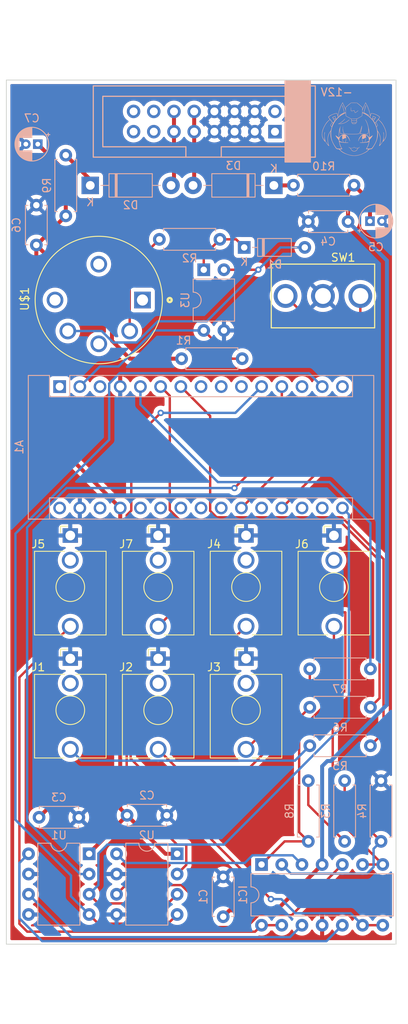
<source format=kicad_pcb>
(kicad_pcb (version 20211014) (generator pcbnew)
  (layers (0 "F.Cu" signal) (31 "B.Cu" signal) (34 "B.Paste" user) (35 "F.Paste" user) (36 "B.SilkS" user "B.Silkscreen") (37 "F.SilkS" user "F.Silkscreen") (38 "B.Mask" user) (39 "F.Mask" user) (44 "Edge.Cuts" user))
  (net 0 "")
  (net 2 "/RX0")
  (net 4 "GND")
  (net 5 "/D2")
  (net 6 "/D3")
  (net 7 "/D4")
  (net 11 "/D11")
  (net 12 "/D8")
  (net 14 "/D9")
  (net 16 "/D13")
  (net 19 "/A0")
  (net 21 "/A2")
  (net 27 "5V")
  (net 30 "+12V")
  (net 31 "Net-(D1-Pad1)")
  (net 32 "/MIDI_5")
  (net 33 "/NOTE")
  (net 34 "/NOTE_FDB")
  (net 35 "/DAC2_VOUTA")
  (net 36 "/DAC1_VOUTB")
  (net 37 "/VELOCITY")
  (net 38 "/PITCH_BEND")
  (net 39 "/DAC1_VOUTA")
  (net 40 "/DAC2_VOUTB")
  (net 41 "/CONTROL")
  (net 48 "/MIDI_4")
  (net 49 "/R_FDB")
  (net 50 "/CLOCK")
  (net 51 "/TRIGGER")
  (net 52 "/GATE")
  (net 56 "/AD5")
  (net 57 "/5+")
  (net 58 "/AD12")
  (net 59 "/12+")
  (footprint "Connector_Audio:Jack_3.5mm_QingPu_WQP-PJ398SM_Vertical_CircularHoles" (layer "F.Cu") (at 118.31 91.84)
    (fp_text reference "J5" (at -4.03 1.08 180) (layer "F.SilkS"))
    (fp_text value "Continuous Control")
    (pad "S" thru_hole rect (at 0 0 180) (size 1.93 1.83) (drill 1.22) (layers *.Cu *.Mask) (net 4 "GND"))
    (pad "T" thru_hole circle (at 0 11.4 180) (size 2.13 2.13) (drill 1.43) (layers *.Cu *.Mask) (net 41 "/CONTROL"))
    (pad "TN" thru_hole circle (at 0 3.1 180) (size 2.13 2.13) (drill 1.42) (layers *.Cu *.Mask))
    (zone (net 0) (net_name "") (layer "F.Cu") (connect_pads (clearance 0)) (min_thickness 0.254)
      (keepout (tracks not_allowed) (vias not_allowed) (pads not_allowed) (copperpour not_allowed) (footprints not_allowed))
      (fill (thermal_gap 0.508) (thermal_bridge_width 0.508))
      (polygon (pts (xy 119.815141 98.32) (xy 119.79493 98.074171) (xy 119.734841 97.834945) (xy 119.636486 97.608744) (xy 119.502508 97.401645) (xy 119.336504 97.21921) (xy 119.142932 97.066336) (xy 118.926992 96.947131) (xy 118.694482 96.864794) (xy 118.451646 96.821539) (xy 118.205007 96.818525) (xy 117.961187 96.855835) (xy 117.726734 96.932466) (xy 117.507946 97.04636) (xy 117.310697 97.194458) (xy 117.140286 97.372784) (xy 117.001288 97.576548) (xy 116.897436 97.800278) (xy 116.831519 98.037965) (xy 116.805308 98.283226) (xy 116.819507 98.529475) (xy 116.873734 98.770099) (xy 116.966532 98.998634) (xy 117.095411 99.208945) (xy 117.256908 99.395382) (xy 117.446687 99.552939) (xy 117.65965 99.677385) (xy 117.890079 99.765377) (xy 118.131785 99.814553) (xy 118.378278 99.823592) (xy 118.622936 99.79225) (xy 118.859191 99.72137) (xy 119.080697 99.612856) (xy 119.281505 99.469621) (xy 119.456223 99.295512) (xy 119.600158 99.095205) (xy 119.709445 98.874079) (xy 119.781149 98.638074) (xy 119.813344 98.393526)))
    )
  )
  (footprint "Eurocad:SPDT toggle on-off-on" (layer "F.Cu") (at 150.084 61.762)
    (fp_text reference "SW1" (at 2.54 -4.826) (layer "F.SilkS"))
    (fp_text value "SW_SPDT_MSM")
    (pad "1" thru_hole circle locked (at -4.7 0) (size 3 3) (drill 2) (layers *.Cu *.Mask) (net 21 "/A2"))
    (pad "2" thru_hole circle locked (at 0 0) (size 3 3) (drill 2) (layers *.Cu *.Mask) (net 4 "GND"))
    (pad "3" thru_hole circle locked (at 4.7 0) (size 3 3) (drill 2) (layers *.Cu *.Mask) (net 19 "/A0"))
  )
  (footprint "Connector_Audio:Jack_3.5mm_QingPu_WQP-PJ398SM_Vertical_CircularHoles" (layer "F.Cu") (at 118.31 107.29)
    (fp_text reference "J1" (at -4.03 1.08 180) (layer "F.SilkS"))
    (fp_text value "Clock")
    (pad "S" thru_hole rect (at 0 0 180) (size 1.93 1.83) (drill 1.22) (layers *.Cu *.Mask) (net 4 "GND"))
    (pad "T" thru_hole circle (at 0 11.4 180) (size 2.13 2.13) (drill 1.43) (layers *.Cu *.Mask) (net 50 "/CLOCK"))
    (pad "TN" thru_hole circle (at 0 3.1 180) (size 2.13 2.13) (drill 1.42) (layers *.Cu *.Mask))
    (zone (net 0) (net_name "") (layer "F.Cu") (connect_pads (clearance 0)) (min_thickness 0.254)
      (keepout (tracks not_allowed) (vias not_allowed) (pads not_allowed) (copperpour not_allowed) (footprints not_allowed))
      (fill (thermal_gap 0.508) (thermal_bridge_width 0.508))
      (polygon (pts (xy 119.815141 113.77) (xy 119.79493 113.524171) (xy 119.734841 113.284945) (xy 119.636486 113.058744) (xy 119.502508 112.851645) (xy 119.336504 112.66921) (xy 119.142932 112.516336) (xy 118.926992 112.397131) (xy 118.694482 112.314794) (xy 118.451646 112.271539) (xy 118.205007 112.268525) (xy 117.961187 112.305835) (xy 117.726734 112.382466) (xy 117.507946 112.49636) (xy 117.310697 112.644458) (xy 117.140286 112.822784) (xy 117.001288 113.026548) (xy 116.897436 113.250278) (xy 116.831519 113.487965) (xy 116.805308 113.733226) (xy 116.819507 113.979475) (xy 116.873734 114.220099) (xy 116.966532 114.448634) (xy 117.095411 114.658945) (xy 117.256908 114.845382) (xy 117.446687 115.002939) (xy 117.65965 115.127385) (xy 117.890079 115.215377) (xy 118.131785 115.264553) (xy 118.378278 115.273592) (xy 118.622936 115.24225) (xy 118.859191 115.17137) (xy 119.080697 115.062856) (xy 119.281505 114.919621) (xy 119.456223 114.745512) (xy 119.600158 114.545205) (xy 119.709445 114.324079) (xy 119.781149 114.088074) (xy 119.813344 113.843526)))
    )
  )
  (footprint "Connector_Audio:Jack_3.5mm_QingPu_WQP-PJ398SM_Vertical_CircularHoles" (layer "F.Cu") (at 140.41 107.29)
    (fp_text reference "J3" (at -4.03 1.08 180) (layer "F.SilkS"))
    (fp_text value "Gate")
    (pad "S" thru_hole rect (at 0 0 180) (size 1.93 1.83) (drill 1.22) (layers *.Cu *.Mask) (net 4 "GND"))
    (pad "T" thru_hole circle (at 0 11.4 180) (size 2.13 2.13) (drill 1.43) (layers *.Cu *.Mask) (net 52 "/GATE"))
    (pad "TN" thru_hole circle (at 0 3.1 180) (size 2.13 2.13) (drill 1.42) (layers *.Cu *.Mask))
    (zone (net 0) (net_name "") (layer "F.Cu") (connect_pads (clearance 0)) (min_thickness 0.254)
      (keepout (tracks not_allowed) (vias not_allowed) (pads not_allowed) (copperpour not_allowed) (footprints not_allowed))
      (fill (thermal_gap 0.508) (thermal_bridge_width 0.508))
      (polygon (pts (xy 141.915141 113.77) (xy 141.89493 113.524171) (xy 141.834841 113.284945) (xy 141.736486 113.058744) (xy 141.602508 112.851645) (xy 141.436504 112.66921) (xy 141.242932 112.516336) (xy 141.026992 112.397131) (xy 140.794482 112.314794) (xy 140.551646 112.271539) (xy 140.305007 112.268525) (xy 140.061187 112.305835) (xy 139.826734 112.382466) (xy 139.607946 112.49636) (xy 139.410697 112.644458) (xy 139.240286 112.822784) (xy 139.101288 113.026548) (xy 138.997436 113.250278) (xy 138.931519 113.487965) (xy 138.905308 113.733226) (xy 138.919507 113.979475) (xy 138.973734 114.220099) (xy 139.066532 114.448634) (xy 139.195411 114.658945) (xy 139.356908 114.845382) (xy 139.546687 115.002939) (xy 139.75965 115.127385) (xy 139.990079 115.215377) (xy 140.231785 115.264553) (xy 140.478278 115.273592) (xy 140.722936 115.24225) (xy 140.959191 115.17137) (xy 141.180697 115.062856) (xy 141.381505 114.919621) (xy 141.556223 114.745512) (xy 141.700158 114.545205) (xy 141.809445 114.324079) (xy 141.881149 114.088074) (xy 141.913344 113.843526)))
    )
  )
  (footprint "Connector_Audio:Jack_3.5mm_QingPu_WQP-PJ398SM_Vertical_CircularHoles" (layer "F.Cu") (at 129.36 107.29)
    (fp_text reference "J2" (at -4.03 1.08 180) (layer "F.SilkS"))
    (fp_text value "Trigger")
    (pad "S" thru_hole rect (at 0 0 180) (size 1.93 1.83) (drill 1.22) (layers *.Cu *.Mask) (net 4 "GND"))
    (pad "T" thru_hole circle (at 0 11.4 180) (size 2.13 2.13) (drill 1.43) (layers *.Cu *.Mask) (net 51 "/TRIGGER"))
    (pad "TN" thru_hole circle (at 0 3.1 180) (size 2.13 2.13) (drill 1.42) (layers *.Cu *.Mask))
    (zone (net 0) (net_name "") (layer "F.Cu") (connect_pads (clearance 0)) (min_thickness 0.254)
      (keepout (tracks not_allowed) (vias not_allowed) (pads not_allowed) (copperpour not_allowed) (footprints not_allowed))
      (fill (thermal_gap 0.508) (thermal_bridge_width 0.508))
      (polygon (pts (xy 130.865141 113.77) (xy 130.84493 113.524171) (xy 130.784841 113.284945) (xy 130.686486 113.058744) (xy 130.552508 112.851645) (xy 130.386504 112.66921) (xy 130.192932 112.516336) (xy 129.976992 112.397131) (xy 129.744482 112.314794) (xy 129.501646 112.271539) (xy 129.255007 112.268525) (xy 129.011187 112.305835) (xy 128.776734 112.382466) (xy 128.557946 112.49636) (xy 128.360697 112.644458) (xy 128.190286 112.822784) (xy 128.051288 113.026548) (xy 127.947436 113.250278) (xy 127.881519 113.487965) (xy 127.855308 113.733226) (xy 127.869507 113.979475) (xy 127.923734 114.220099) (xy 128.016532 114.448634) (xy 128.145411 114.658945) (xy 128.306908 114.845382) (xy 128.496687 115.002939) (xy 128.70965 115.127385) (xy 128.940079 115.215377) (xy 129.181785 115.264553) (xy 129.428278 115.273592) (xy 129.672936 115.24225) (xy 129.909191 115.17137) (xy 130.130697 115.062856) (xy 130.331505 114.919621) (xy 130.506223 114.745512) (xy 130.650158 114.545205) (xy 130.759445 114.324079) (xy 130.831149 114.088074) (xy 130.863344 113.843526)))
    )
  )
  (footprint "SD-50BV:CUI_SD-50BV" (layer "F.Cu") (at 121.89 62.27 90)
    (fp_text reference "U$1" (at 0.13524 -9.30452 90) (layer "F.SilkS") (effects (font (size 1.007465 1.007465))))
    (fp_text value "MIDIJACK")
    (pad "1" thru_hole rect locked (at 0 5.5 90) (size 2.1 2.1) (drill 1.4) (layers *.Cu *.Mask))
    (pad "2" thru_hole circle locked (at -5.5 0 90) (size 2.1 2.1) (drill 1.4) (layers *.Cu *.Mask))
    (pad "3" thru_hole circle locked (at 0 -5.5 90) (size 2.1 2.1) (drill 1.4) (layers *.Cu *.Mask))
    (pad "4" thru_hole circle locked (at -3.89 3.89 90) (size 2.1 2.1) (drill 1.4) (layers *.Cu *.Mask) (net 48 "/MIDI_4"))
    (pad "5" thru_hole circle locked (at -3.89 -3.89 90) (size 2.1 2.1) (drill 1.4) (layers *.Cu *.Mask) (net 32 "/MIDI_5"))
    (pad "S" thru_hole circle locked (at 4.5 0 90) (size 2.1 2.1) (drill 1.4) (layers *.Cu *.Mask))
  )
  (footprint "Connector_Audio:Jack_3.5mm_QingPu_WQP-PJ398SM_Vertical_CircularHoles" (layer "F.Cu") (at 129.36 91.84)
    (fp_text reference "J7" (at -4.03 1.08 180) (layer "F.SilkS"))
    (fp_text value "Velocity")
    (pad "S" thru_hole rect (at 0 0 180) (size 1.93 1.83) (drill 1.22) (layers *.Cu *.Mask) (net 4 "GND"))
    (pad "T" thru_hole circle (at 0 11.4 180) (size 2.13 2.13) (drill 1.43) (layers *.Cu *.Mask) (net 37 "/VELOCITY"))
    (pad "TN" thru_hole circle (at 0 3.1 180) (size 2.13 2.13) (drill 1.42) (layers *.Cu *.Mask))
    (zone (net 0) (net_name "") (layer "F.Cu") (connect_pads (clearance 0)) (min_thickness 0.254)
      (keepout (tracks not_allowed) (vias not_allowed) (pads not_allowed) (copperpour not_allowed) (footprints not_allowed))
      (fill (thermal_gap 0.508) (thermal_bridge_width 0.508))
      (polygon (pts (xy 130.865141 98.32) (xy 130.84493 98.074171) (xy 130.784841 97.834945) (xy 130.686486 97.608744) (xy 130.552508 97.401645) (xy 130.386504 97.21921) (xy 130.192932 97.066336) (xy 129.976992 96.947131) (xy 129.744482 96.864794) (xy 129.501646 96.821539) (xy 129.255007 96.818525) (xy 129.011187 96.855835) (xy 128.776734 96.932466) (xy 128.557946 97.04636) (xy 128.360697 97.194458) (xy 128.190286 97.372784) (xy 128.051288 97.576548) (xy 127.947436 97.800278) (xy 127.881519 98.037965) (xy 127.855308 98.283226) (xy 127.869507 98.529475) (xy 127.923734 98.770099) (xy 128.016532 98.998634) (xy 128.145411 99.208945) (xy 128.306908 99.395382) (xy 128.496687 99.552939) (xy 128.70965 99.677385) (xy 128.940079 99.765377) (xy 129.181785 99.814553) (xy 129.428278 99.823592) (xy 129.672936 99.79225) (xy 129.909191 99.72137) (xy 130.130697 99.612856) (xy 130.331505 99.469621) (xy 130.506223 99.295512) (xy 130.650158 99.095205) (xy 130.759445 98.874079) (xy 130.831149 98.638074) (xy 130.863344 98.393526)))
    )
  )
  (footprint "Connector_Audio:Jack_3.5mm_QingPu_WQP-PJ398SM_Vertical_CircularHoles" (layer "F.Cu") (at 151.46 91.84)
    (fp_text reference "J6" (at -4.03 1.08 180) (layer "F.SilkS"))
    (fp_text value "Note")
    (pad "S" thru_hole rect (at 0 0 180) (size 1.93 1.83) (drill 1.22) (layers *.Cu *.Mask) (net 4 "GND"))
    (pad "T" thru_hole circle (at 0 11.4 180) (size 2.13 2.13) (drill 1.43) (layers *.Cu *.Mask) (net 33 "/NOTE"))
    (pad "TN" thru_hole circle (at 0 3.1 180) (size 2.13 2.13) (drill 1.42) (layers *.Cu *.Mask))
    (zone (net 0) (net_name "") (layer "F.Cu") (connect_pads (clearance 0)) (min_thickness 0.254)
      (keepout (tracks not_allowed) (vias not_allowed) (pads not_allowed) (copperpour not_allowed) (footprints not_allowed))
      (fill (thermal_gap 0.508) (thermal_bridge_width 0.508))
      (polygon (pts (xy 152.965141 98.32) (xy 152.94493 98.074171) (xy 152.884841 97.834945) (xy 152.786486 97.608744) (xy 152.652508 97.401645) (xy 152.486504 97.21921) (xy 152.292932 97.066336) (xy 152.076992 96.947131) (xy 151.844482 96.864794) (xy 151.601646 96.821539) (xy 151.355007 96.818525) (xy 151.111187 96.855835) (xy 150.876734 96.932466) (xy 150.657946 97.04636) (xy 150.460697 97.194458) (xy 150.290286 97.372784) (xy 150.151288 97.576548) (xy 150.047436 97.800278) (xy 149.981519 98.037965) (xy 149.955308 98.283226) (xy 149.969507 98.529475) (xy 150.023734 98.770099) (xy 150.116532 98.998634) (xy 150.245411 99.208945) (xy 150.406908 99.395382) (xy 150.596687 99.552939) (xy 150.80965 99.677385) (xy 151.040079 99.765377) (xy 151.281785 99.814553) (xy 151.528278 99.823592) (xy 151.772936 99.79225) (xy 152.009191 99.72137) (xy 152.230697 99.612856) (xy 152.431505 99.469621) (xy 152.606223 99.295512) (xy 152.750158 99.095205) (xy 152.859445 98.874079) (xy 152.931149 98.638074) (xy 152.963344 98.393526)))
    )
  )
  (footprint "Connector_Audio:Jack_3.5mm_QingPu_WQP-PJ398SM_Vertical_CircularHoles" (layer "F.Cu") (at 140.41 91.83)
    (fp_text reference "J4" (at -4.03 1.08 180) (layer "F.SilkS"))
    (fp_text value "Pitch Bend")
    (pad "S" thru_hole rect (at 0 0 180) (size 1.93 1.83) (drill 1.22) (layers *.Cu *.Mask) (net 4 "GND"))
    (pad "T" thru_hole circle (at 0 11.4 180) (size 2.13 2.13) (drill 1.43) (layers *.Cu *.Mask) (net 38 "/PITCH_BEND"))
    (pad "TN" thru_hole circle (at 0 3.1 180) (size 2.13 2.13) (drill 1.42) (layers *.Cu *.Mask))
    (zone (net 0) (net_name "") (layer "F.Cu") (connect_pads (clearance 0)) (min_thickness 0.254)
      (keepout (tracks not_allowed) (vias not_allowed) (pads not_allowed) (copperpour not_allowed) (footprints not_allowed))
      (fill (thermal_gap 0.508) (thermal_bridge_width 0.508))
      (polygon (pts (xy 141.915141 98.31) (xy 141.89493 98.064171) (xy 141.834841 97.824945) (xy 141.736486 97.598744) (xy 141.602508 97.391645) (xy 141.436504 97.20921) (xy 141.242932 97.056336) (xy 141.026992 96.937131) (xy 140.794482 96.854794) (xy 140.551646 96.811539) (xy 140.305007 96.808525) (xy 140.061187 96.845835) (xy 139.826734 96.922466) (xy 139.607946 97.03636) (xy 139.410697 97.184458) (xy 139.240286 97.362784) (xy 139.101288 97.566548) (xy 138.997436 97.790278) (xy 138.931519 98.027965) (xy 138.905308 98.273226) (xy 138.919507 98.519475) (xy 138.973734 98.760099) (xy 139.066532 98.988634) (xy 139.195411 99.198945) (xy 139.356908 99.385382) (xy 139.546687 99.542939) (xy 139.75965 99.667385) (xy 139.990079 99.755377) (xy 140.231785 99.804553) (xy 140.478278 99.813592) (xy 140.722936 99.78225) (xy 140.959191 99.71137) (xy 141.180697 99.602856) (xy 141.381505 99.459621) (xy 141.556223 99.285512) (xy 141.700158 99.085205) (xy 141.809445 98.864079) (xy 141.881149 98.628074) (xy 141.913344 98.383526)))
    )
  )
  (footprint "Package_DIP:DIP-14_W7.62mm" (layer "B.Cu") (at 142.361 133.146 -90)
    (fp_text reference "IC1" (at 3.81 2.33 -270) (layer "B.SilkS") (effects (justify mirror)))
    (fp_text value "LM324N")
    (pad "1" thru_hole rect (at 0 0 270) (size 1.6 1.6) (drill 0.8) (layers *.Cu *.Mask) (net 33 "/NOTE"))
    (pad "2" thru_hole oval (at 0 -2.54 270) (size 1.6 1.6) (drill 0.8) (layers *.Cu *.Mask) (net 34 "/NOTE_FDB"))
    (pad "3" thru_hole oval (at 0 -5.08 270) (size 1.6 1.6) (drill 0.8) (layers *.Cu *.Mask) (net 35 "/DAC2_VOUTA"))
    (pad "4" thru_hole oval (at 0 -7.62 270) (size 1.6 1.6) (drill 0.8) (layers *.Cu *.Mask) (net 30 "+12V"))
    (pad "5" thru_hole oval (at 0 -10.16 270) (size 1.6 1.6) (drill 0.8) (layers *.Cu *.Mask) (net 36 "/DAC1_VOUTB"))
    (pad "6" thru_hole oval (at 0 -12.7 270) (size 1.6 1.6) (drill 0.8) (layers *.Cu *.Mask) (net 37 "/VELOCITY"))
    (pad "7" thru_hole oval (at 0 -15.24 270) (size 1.6 1.6) (drill 0.8) (layers *.Cu *.Mask) (net 37 "/VELOCITY"))
    (pad "8" thru_hole oval (at 7.62 -15.24 270) (size 1.6 1.6) (drill 0.8) (layers *.Cu *.Mask) (net 38 "/PITCH_BEND"))
    (pad "9" thru_hole oval (at 7.62 -12.7 270) (size 1.6 1.6) (drill 0.8) (layers *.Cu *.Mask) (net 38 "/PITCH_BEND"))
    (pad "10" thru_hole oval (at 7.62 -10.16 270) (size 1.6 1.6) (drill 0.8) (layers *.Cu *.Mask) (net 39 "/DAC1_VOUTA"))
    (pad "11" thru_hole oval (at 7.62 -7.62 270) (size 1.6 1.6) (drill 0.8) (layers *.Cu *.Mask) (net 4 "GND"))
    (pad "12" thru_hole oval (at 7.62 -5.08 270) (size 1.6 1.6) (drill 0.8) (layers *.Cu *.Mask) (net 40 "/DAC2_VOUTB"))
    (pad "13" thru_hole oval (at 7.62 -2.54 270) (size 1.6 1.6) (drill 0.8) (layers *.Cu *.Mask) (net 41 "/CONTROL"))
    (pad "14" thru_hole oval (at 7.62 0 270) (size 1.6 1.6) (drill 0.8) (layers *.Cu *.Mask) (net 41 "/CONTROL"))
  )
  (footprint "Custom_Footprints:Eurorack_16_pin_header" (layer "B.Cu") (at 144.05 41.13 180)
    (fp_text reference "J8" hide)
    (fp_text value "Eurorack 16 DIP Header" hide)
    (fp_text user "-12V" (at -7.76 4.95) (layer "B.SilkS") (effects (justify mirror)))
    (pad "1" thru_hole rect locked (at 0 0 180) (size 1.7 1.7) (drill 1) (layers *.Cu *.Mask))
    (pad "2" thru_hole circle locked (at 0 2.54 180) (size 1.7 1.7) (drill 1) (layers *.Cu *.Mask))
    (pad "3" thru_hole circle locked (at 2.54 0 180) (size 1.7 1.7) (drill 1) (layers *.Cu *.Mask) (net 4 "GND"))
    (pad "4" thru_hole circle locked (at 2.54 2.54 180) (size 1.7 1.7) (drill 1) (layers *.Cu *.Mask) (net 4 "GND"))
    (pad "5" thru_hole circle locked (at 5.08 0 180) (size 1.7 1.7) (drill 1) (layers *.Cu *.Mask) (net 4 "GND"))
    (pad "6" thru_hole circle locked (at 5.08 2.54 180) (size 1.7 1.7) (drill 1) (layers *.Cu *.Mask) (net 4 "GND"))
    (pad "7" thru_hole circle locked (at 7.62 0 180) (size 1.7 1.7) (drill 1) (layers *.Cu *.Mask) (net 4 "GND"))
    (pad "8" thru_hole circle locked (at 7.62 2.54 180) (size 1.7 1.7) (drill 1) (layers *.Cu *.Mask) (net 4 "GND"))
    (pad "9" thru_hole circle locked (at 10.16 0 180) (size 1.7 1.7) (drill 1) (layers *.Cu *.Mask) (net 59 "/12+"))
    (pad "10" thru_hole circle locked (at 10.16 2.54 180) (size 1.7 1.7) (drill 1) (layers *.Cu *.Mask) (net 59 "/12+"))
    (pad "11" thru_hole circle locked (at 12.7 0 180) (size 1.7 1.7) (drill 1) (layers *.Cu *.Mask) (net 57 "/5+"))
    (pad "12" thru_hole circle locked (at 12.7 2.54 180) (size 1.7 1.7) (drill 1) (layers *.Cu *.Mask) (net 57 "/5+"))
    (pad "13" thru_hole circle locked (at 15.24 0 180) (size 1.7 1.7) (drill 1) (layers *.Cu *.Mask))
    (pad "14" thru_hole circle locked (at 15.24 2.54 180) (size 1.7 1.7) (drill 1) (layers *.Cu *.Mask))
    (pad "15" thru_hole circle locked (at 17.78 0 180) (size 1.7 1.7) (drill 1) (layers *.Cu *.Mask))
    (pad "16" thru_hole circle locked (at 17.78 2.54 180) (size 1.7 1.7) (drill 1) (layers *.Cu *.Mask))
  )
  (footprint "Package_DIP:DIP-8_W7.62mm" (layer "B.Cu") (at 120.68 131.802 180)
    (fp_text reference "U1" (at 3.81 2.33) (layer "B.SilkS") (effects (justify mirror)))
    (fp_text value "MCP4822")
    (pad "1" thru_hole rect (at 0 0 180) (size 1.6 1.6) (drill 0.8) (layers *.Cu *.Mask) (net 27 "5V"))
    (pad "2" thru_hole oval (at 0 -2.54 180) (size 1.6 1.6) (drill 0.8) (layers *.Cu *.Mask) (net 14 "/D9"))
    (pad "3" thru_hole oval (at 0 -5.08 180) (size 1.6 1.6) (drill 0.8) (layers *.Cu *.Mask) (net 16 "/D13"))
    (pad "4" thru_hole oval (at 0 -7.62 180) (size 1.6 1.6) (drill 0.8) (layers *.Cu *.Mask) (net 11 "/D11"))
    (pad "5" thru_hole oval (at 7.62 -7.62 180) (size 1.6 1.6) (drill 0.8) (layers *.Cu *.Mask) (net 4 "GND"))
    (pad "6" thru_hole oval (at 7.62 -5.08 180) (size 1.6 1.6) (drill 0.8) (layers *.Cu *.Mask) (net 40 "/DAC2_VOUTB"))
    (pad "7" thru_hole oval (at 7.62 -2.54 180) (size 1.6 1.6) (drill 0.8) (layers *.Cu *.Mask) (net 4 "GND"))
    (pad "8" thru_hole oval (at 7.62 0 180) (size 1.6 1.6) (drill 0.8) (layers *.Cu *.Mask) (net 39 "/DAC1_VOUTA"))
  )
  (footprint "Capacitor_THT:C_Disc_D4.7mm_W2.5mm_P5.00mm" (layer "B.Cu") (at 148.24 52.42)
    (fp_text reference "C4" (at 2.5 2.5) (layer "B.SilkS") (effects (justify mirror)))
    (fp_text value "0.1u")
    (pad "1" thru_hole circle (at 0 0) (size 1.6 1.6) (drill 0.8) (layers *.Cu *.Mask) (net 4 "GND"))
    (pad "2" thru_hole circle (at 5 0) (size 1.6 1.6) (drill 0.8) (layers *.Cu *.Mask) (net 30 "+12V"))
  )
  (footprint "Capacitor_THT:C_Disc_D4.7mm_W2.5mm_P5.00mm" (layer "B.Cu") (at 119.38 127.22 180)
    (fp_text reference "C3" (at 2.5 2.5) (layer "B.SilkS") (effects (justify mirror)))
    (fp_text value "0.1uF")
    (pad "1" thru_hole circle (at 0 0 180) (size 1.6 1.6) (drill 0.8) (layers *.Cu *.Mask) (net 4 "GND"))
    (pad "2" thru_hole circle (at 5 0 180) (size 1.6 1.6) (drill 0.8) (layers *.Cu *.Mask) (net 27 "5V"))
  )
  (footprint "Resistor_THT:R_Axial_DIN0207_L6.3mm_D2.5mm_P7.62mm_Horizontal" (layer "B.Cu") (at 153.99 47.85 180)
    (fp_text reference "R10" (at 3.81 2.37) (layer "B.SilkS") (effects (justify mirror)))
    (fp_text value "10")
    (pad "1" thru_hole circle (at 0 0 180) (size 1.6 1.6) (drill 0.8) (layers *.Cu *.Mask) (net 30 "+12V"))
    (pad "2" thru_hole oval (at 7.62 0 180) (size 1.6 1.6) (drill 0.8) (layers *.Cu *.Mask) (net 58 "/AD12"))
  )
  (footprint "Package_DIP:DIP-4_W7.62mm" (layer "B.Cu") (at 135.093 58.47 -90)
    (fp_text reference "U3" (at 3.81 2.33 -270) (layer "B.SilkS") (effects (justify mirror)))
    (fp_text value "PC817")
    (pad "1" thru_hole rect (at 0 0 270) (size 1.6 1.6) (drill 0.8) (layers *.Cu *.Mask) (net 31 "Net-(D1-Pad1)"))
    (pad "2" thru_hole oval (at 0 -2.54 270) (size 1.6 1.6) (drill 0.8) (layers *.Cu *.Mask) (net 32 "/MIDI_5"))
    (pad "3" thru_hole oval (at 7.62 -2.54 270) (size 1.6 1.6) (drill 0.8) (layers *.Cu *.Mask) (net 4 "GND"))
    (pad "4" thru_hole oval (at 7.62 0 270) (size 1.6 1.6) (drill 0.8) (layers *.Cu *.Mask) (net 2 "/RX0"))
  )
  (footprint "Resistor_THT:R_Axial_DIN0207_L6.3mm_D2.5mm_P7.62mm_Horizontal" (layer "B.Cu") (at 157.384 122.62 -90)
    (fp_text reference "R4" (at 3.81 2.37 -270) (layer "B.SilkS") (effects (justify mirror)))
    (fp_text value "10K")
    (pad "1" thru_hole circle (at 0 0 270) (size 1.6 1.6) (drill 0.8) (layers *.Cu *.Mask) (net 4 "GND"))
    (pad "2" thru_hole oval (at 7.62 0 270) (size 1.6 1.6) (drill 0.8) (layers *.Cu *.Mask) (net 34 "/NOTE_FDB"))
  )
  (footprint "Module:Arduino_Nano" (layer "B.Cu") (at 116.97 73.14 -90)
    (fp_text reference "A1" (at 7.62 5.08 -270) (layer "B.SilkS") (effects (justify mirror)))
    (fp_text value "ELEGOO_Nano_V3.0")
    (pad "1" thru_hole rect (at 0 0 270) (size 1.6 1.6) (drill 1) (layers *.Cu *.Mask))
    (pad "2" thru_hole oval (at 0 -2.54 270) (size 1.6 1.6) (drill 1) (layers *.Cu *.Mask) (net 2 "/RX0"))
    (pad "3" thru_hole oval (at 0 -5.08 270) (size 1.6 1.6) (drill 1) (layers *.Cu *.Mask))
    (pad "4" thru_hole oval (at 0 -7.62 270) (size 1.6 1.6) (drill 1) (layers *.Cu *.Mask) (net 4 "GND"))
    (pad "5" thru_hole oval (at 0 -10.16 270) (size 1.6 1.6) (drill 1) (layers *.Cu *.Mask) (net 5 "/D2"))
    (pad "6" thru_hole oval (at 0 -12.7 270) (size 1.6 1.6) (drill 1) (layers *.Cu *.Mask) (net 6 "/D3"))
    (pad "7" thru_hole oval (at 0 -15.24 270) (size 1.6 1.6) (drill 1) (layers *.Cu *.Mask) (net 7 "/D4"))
    (pad "8" thru_hole oval (at 0 -17.78 270) (size 1.6 1.6) (drill 1) (layers *.Cu *.Mask))
    (pad "9" thru_hole oval (at 0 -20.32 270) (size 1.6 1.6) (drill 1) (layers *.Cu *.Mask))
    (pad "10" thru_hole oval (at 0 -22.86 270) (size 1.6 1.6) (drill 1) (layers *.Cu *.Mask))
    (pad "11" thru_hole oval (at 0 -25.4 270) (size 1.6 1.6) (drill 1) (layers *.Cu *.Mask) (net 12 "/D8"))
    (pad "12" thru_hole oval (at 0 -27.94 270) (size 1.6 1.6) (drill 1) (layers *.Cu *.Mask) (net 14 "/D9"))
    (pad "13" thru_hole oval (at 0 -30.48 270) (size 1.6 1.6) (drill 1) (layers *.Cu *.Mask))
    (pad "14" thru_hole oval (at 0 -33.02 270) (size 1.6 1.6) (drill 1) (layers *.Cu *.Mask) (net 11 "/D11"))
    (pad "15" thru_hole oval (at 0 -35.56 270) (size 1.6 1.6) (drill 1) (layers *.Cu *.Mask))
    (pad "16" thru_hole oval (at 15.24 -35.56 270) (size 1.6 1.6) (drill 1) (layers *.Cu *.Mask) (net 16 "/D13"))
    (pad "17" thru_hole oval (at 15.24 -33.02 270) (size 1.6 1.6) (drill 1) (layers *.Cu *.Mask))
    (pad "18" thru_hole oval (at 15.24 -30.48 270) (size 1.6 1.6) (drill 1) (layers *.Cu *.Mask))
    (pad "19" thru_hole oval (at 15.24 -27.94 270) (size 1.6 1.6) (drill 1) (layers *.Cu *.Mask) (net 19 "/A0"))
    (pad "20" thru_hole oval (at 15.24 -25.4 270) (size 1.6 1.6) (drill 1) (layers *.Cu *.Mask))
    (pad "21" thru_hole oval (at 15.24 -22.86 270) (size 1.6 1.6) (drill 1) (layers *.Cu *.Mask) (net 21 "/A2"))
    (pad "22" thru_hole oval (at 15.24 -20.32 270) (size 1.6 1.6) (drill 1) (layers *.Cu *.Mask))
    (pad "23" thru_hole oval (at 15.24 -17.78 270) (size 1.6 1.6) (drill 1) (layers *.Cu *.Mask))
    (pad "24" thru_hole oval (at 15.24 -15.24 270) (size 1.6 1.6) (drill 1) (layers *.Cu *.Mask))
    (pad "25" thru_hole oval (at 15.24 -12.7 270) (size 1.6 1.6) (drill 1) (layers *.Cu *.Mask))
    (pad "26" thru_hole oval (at 15.24 -10.16 270) (size 1.6 1.6) (drill 1) (layers *.Cu *.Mask))
    (pad "27" thru_hole oval (at 15.24 -7.62 270) (size 1.6 1.6) (drill 1) (layers *.Cu *.Mask) (net 27 "5V"))
    (pad "28" thru_hole oval (at 15.24 -5.08 270) (size 1.6 1.6) (drill 1) (layers *.Cu *.Mask))
    (pad "29" thru_hole oval (at 15.24 -2.54 270) (size 1.6 1.6) (drill 1) (layers *.Cu *.Mask) (net 4 "GND"))
    (pad "30" thru_hole oval (at 15.24 0 270) (size 1.6 1.6) (drill 1) (layers *.Cu *.Mask))
  )
  (footprint "Package_DIP:DIP-8_W7.62mm" (layer "B.Cu") (at 131.746 131.802 180)
    (fp_text reference "U2" (at 3.81 2.33) (layer "B.SilkS") (effects (justify mirror)))
    (fp_text value "MCP4822")
    (pad "1" thru_hole rect (at 0 0 180) (size 1.6 1.6) (drill 0.8) (layers *.Cu *.Mask) (net 27 "5V"))
    (pad "2" thru_hole oval (at 0 -2.54 180) (size 1.6 1.6) (drill 0.8) (layers *.Cu *.Mask) (net 12 "/D8"))
    (pad "3" thru_hole oval (at 0 -5.08 180) (size 1.6 1.6) (drill 0.8) (layers *.Cu *.Mask) (net 16 "/D13"))
    (pad "4" thru_hole oval (at 0 -7.62 180) (size 1.6 1.6) (drill 0.8) (layers *.Cu *.Mask) (net 11 "/D11"))
    (pad "5" thru_hole oval (at 7.62 -7.62 180) (size 1.6 1.6) (drill 0.8) (layers *.Cu *.Mask) (net 4 "GND"))
    (pad "6" thru_hole oval (at 7.62 -5.08 180) (size 1.6 1.6) (drill 0.8) (layers *.Cu *.Mask) (net 36 "/DAC1_VOUTB"))
    (pad "7" thru_hole oval (at 7.62 -2.54 180) (size 1.6 1.6) (drill 0.8) (layers *.Cu *.Mask) (net 4 "GND"))
    (pad "8" thru_hole oval (at 7.62 0 180) (size 1.6 1.6) (drill 0.8) (layers *.Cu *.Mask) (net 35 "/DAC2_VOUTA"))
  )
  (footprint "Capacitor_THT:CP_Radial_D4.0mm_P1.50mm" (layer "B.Cu") (at 114.2226 42.7 180)
    (fp_text reference "C7" (at 0.75 3.25) (layer "B.SilkS") (effects (justify mirror)))
    (fp_text value "4.7u")
    (pad "1" thru_hole rect (at 0 0 180) (size 1.2 1.2) (drill 0.6) (layers *.Cu *.Mask) (net 27 "5V"))
    (pad "2" thru_hole circle (at 1.5 0 180) (size 1.2 1.2) (drill 0.6) (layers *.Cu *.Mask) (net 4 "GND"))
  )
  (footprint "Diode_THT:D_DO-35_SOD27_P7.62mm_Horizontal" (layer "B.Cu") (at 140.178 55.666)
    (fp_text reference "D1" (at 3.81 2.12) (layer "B.SilkS") (effects (justify mirror)))
    (fp_text value "IN4148")
    (fp_text user "K" (at 0 1.8) (layer "B.SilkS") (effects (justify mirror)))
    (pad "1" thru_hole rect (at 0 0) (size 1.6 1.6) (drill 0.8) (layers *.Cu *.Mask) (net 31 "Net-(D1-Pad1)"))
    (pad "2" thru_hole oval (at 7.62 0) (size 1.6 1.6) (drill 0.8) (layers *.Cu *.Mask) (net 32 "/MIDI_5"))
  )
  (footprint "Resistor_THT:R_Axial_DIN0207_L6.3mm_D2.5mm_P7.62mm_Horizontal" (layer "B.Cu") (at 117.74 44.08 -90)
    (fp_text reference "R9" (at 3.81 2.37 -270) (layer "B.SilkS") (effects (justify mirror)))
    (fp_text value "10")
    (pad "1" thru_hole circle (at 0 0 270) (size 1.6 1.6) (drill 0.8) (layers *.Cu *.Mask) (net 56 "/AD5"))
    (pad "2" thru_hole oval (at 7.62 0 270) (size 1.6 1.6) (drill 0.8) (layers *.Cu *.Mask) (net 27 "5V"))
  )
  (footprint "Resistor_THT:R_Axial_DIN0207_L6.3mm_D2.5mm_P7.62mm_Horizontal" (layer "B.Cu") (at 156.05 108.58 180)
    (fp_text reference "R7" (at 3.81 -2.54) (layer "B.SilkS") (effects (justify mirror)))
    (fp_text value "1K")
    (pad "1" thru_hole circle (at 0 0 180) (size 1.6 1.6) (drill 0.8) (layers *.Cu *.Mask) (net 5 "/D2"))
    (pad "2" thru_hole oval (at 7.62 0 180) (size 1.6 1.6) (drill 0.8) (layers *.Cu *.Mask) (net 52 "/GATE"))
  )
  (footprint "Resistor_THT:R_Axial_DIN0207_L6.3mm_D2.5mm_P7.62mm_Horizontal" (layer "B.Cu") (at 148.24 122.62 -90)
    (fp_text reference "R8" (at 3.81 2.37 -270) (layer "B.SilkS") (effects (justify mirror)))
    (fp_text value "4.7K")
    (pad "1" thru_hole circle (at 0 0 270) (size 1.6 1.6) (drill 0.8) (layers *.Cu *.Mask) (net 49 "/R_FDB"))
    (pad "2" thru_hole oval (at 7.62 0 270) (size 1.6 1.6) (drill 0.8) (layers *.Cu *.Mask) (net 33 "/NOTE"))
  )
  (footprint "Capacitor_THT:CP_Radial_D4.0mm_P1.50mm" (layer "B.Cu") (at 155.9974 52.37)
    (fp_text reference "C5" (at 0.75 3.25) (layer "B.SilkS") (effects (justify mirror)))
    (fp_text value "4.7u")
    (pad "1" thru_hole rect (at 0 0) (size 1.2 1.2) (drill 0.6) (layers *.Cu *.Mask) (net 30 "+12V"))
    (pad "2" thru_hole circle (at 1.5 0) (size 1.2 1.2) (drill 0.6) (layers *.Cu *.Mask) (net 4 "GND"))
  )
  (footprint "Diode_THT:D_DO-41_SOD81_P10.16mm_Horizontal" (layer "B.Cu") (at 143.91 47.88 180)
    (fp_text reference "D3" (at 5.08 2.47) (layer "B.SilkS") (effects (justify mirror)))
    (fp_text value "1N5819")
    (fp_text user "K" (at 0 2.1) (layer "B.SilkS") (effects (justify mirror)))
    (pad "1" thru_hole rect (at 0 0 180) (size 2.2 2.2) (drill 1.1) (layers *.Cu *.Mask) (net 58 "/AD12"))
    (pad "2" thru_hole oval (at 10.16 0 180) (size 2.2 2.2) (drill 1.1) (layers *.Cu *.Mask) (net 59 "/12+"))
  )
  (footprint "Capacitor_THT:C_Disc_D4.7mm_W2.5mm_P5.00mm" (layer "B.Cu") (at 130.446 126.966 180)
    (fp_text reference "C2" (at 2.5 2.5) (layer "B.SilkS") (effects (justify mirror)))
    (fp_text value "0.1uF")
    (pad "1" thru_hole circle (at 0 0 180) (size 1.6 1.6) (drill 0.8) (layers *.Cu *.Mask) (net 4 "GND"))
    (pad "2" thru_hole circle (at 5 0 180) (size 1.6 1.6) (drill 0.8) (layers *.Cu *.Mask) (net 27 "5V"))
  )
  (footprint "Capacitor_THT:C_Disc_D4.7mm_W2.5mm_P5.00mm" (layer "B.Cu") (at 114.04 50.36 -90)
    (fp_text reference "C6" (at 2.5 2.5 -270) (layer "B.SilkS") (effects (justify mirror)))
    (fp_text value "0.1u")
    (pad "1" thru_hole circle (at 0 0 270) (size 1.6 1.6) (drill 0.8) (layers *.Cu *.Mask) (net 4 "GND"))
    (pad "2" thru_hole circle (at 5 0 270) (size 1.6 1.6) (drill 0.8) (layers *.Cu *.Mask) (net 27 "5V"))
  )
  (footprint "Potassium's KiCad Footprints:Ollie-Test" (layer "B.Cu") (at 154 40.85 180)
    (fp_text reference "G***" hide)
    (fp_text value "LOGO" hide)
  )
  (footprint "Resistor_THT:R_Axial_DIN0207_L6.3mm_D2.5mm_P7.62mm_Horizontal" (layer "B.Cu") (at 129.51 54.65)
    (fp_text reference "R2" (at 3.81 2.37) (layer "B.SilkS") (effects (justify mirror)))
    (fp_text value "220")
    (pad "1" thru_hole circle (at 0 0) (size 1.6 1.6) (drill 0.8) (layers *.Cu *.Mask) (net 48 "/MIDI_4"))
    (pad "2" thru_hole oval (at 7.62 0) (size 1.6 1.6) (drill 0.8) (layers *.Cu *.Mask) (net 31 "Net-(D1-Pad1)"))
  )
  (footprint "Diode_THT:D_DO-41_SOD81_P10.16mm_Horizontal" (layer "B.Cu") (at 120.82 47.88)
    (fp_text reference "D2" (at 5.08 2.47) (layer "B.SilkS") (effects (justify mirror)))
    (fp_text value "1N5819")
    (fp_text user "K" (at 0 2.1) (layer "B.SilkS") (effects (justify mirror)))
    (pad "1" thru_hole rect (at 0 0) (size 2.2 2.2) (drill 1.1) (layers *.Cu *.Mask) (net 56 "/AD5"))
    (pad "2" thru_hole oval (at 10.16 0) (size 2.2 2.2) (drill 1.1) (layers *.Cu *.Mask) (net 57 "/5+"))
  )
  (footprint "Capacitor_THT:C_Disc_D4.7mm_W2.5mm_P5.00mm" (layer "B.Cu") (at 137.54 134.7 -90)
    (fp_text reference "C1" (at 2.5 2.5 -270) (layer "B.SilkS") (effects (justify mirror)))
    (fp_text value "0.1uF")
    (pad "1" thru_hole circle (at 0 0 270) (size 1.6 1.6) (drill 0.8) (layers *.Cu *.Mask) (net 4 "GND"))
    (pad "2" thru_hole circle (at 5 0 270) (size 1.6 1.6) (drill 0.8) (layers *.Cu *.Mask) (net 30 "+12V"))
  )
  (footprint "Resistor_THT:R_Axial_DIN0207_L6.3mm_D2.5mm_P7.62mm_Horizontal" (layer "B.Cu") (at 156.05 113.406 180)
    (fp_text reference "R6" (at 3.81 -2.54) (layer "B.SilkS") (effects (justify mirror)))
    (fp_text value "1K")
    (pad "1" thru_hole circle (at 0 0 180) (size 1.6 1.6) (drill 0.8) (layers *.Cu *.Mask) (net 6 "/D3"))
    (pad "2" thru_hole oval (at 7.62 0 180) (size 1.6 1.6) (drill 0.8) (layers *.Cu *.Mask) (net 51 "/TRIGGER"))
  )
  (footprint "Resistor_THT:R_Axial_DIN0207_L6.3mm_D2.5mm_P7.62mm_Horizontal" (layer "B.Cu") (at 156.05 118.232 180)
    (fp_text reference "R5" (at 3.81 -2.54) (layer "B.SilkS") (effects (justify mirror)))
    (fp_text value "1K")
    (pad "1" thru_hole circle (at 0 0 180) (size 1.6 1.6) (drill 0.8) (layers *.Cu *.Mask) (net 7 "/D4"))
    (pad "2" thru_hole oval (at 7.62 0 180) (size 1.6 1.6) (drill 0.8) (layers *.Cu *.Mask) (net 50 "/CLOCK"))
  )
  (footprint "Resistor_THT:R_Axial_DIN0207_L6.3mm_D2.5mm_P7.62mm_Horizontal" (layer "B.Cu") (at 152.812 122.62 -90)
    (fp_text reference "R3" (at 3.81 2.37 -270) (layer "B.SilkS") (effects (justify mirror)))
    (fp_text value "3K")
    (pad "1" thru_hole circle (at 0 0 270) (size 1.6 1.6) (drill 0.8) (layers *.Cu *.Mask) (net 34 "/NOTE_FDB"))
    (pad "2" thru_hole oval (at 7.62 0 270) (size 1.6 1.6) (drill 0.8) (layers *.Cu *.Mask) (net 49 "/R_FDB"))
  )
  (footprint "Resistor_THT:R_Axial_DIN0207_L6.3mm_D2.5mm_P7.62mm_Horizontal" (layer "B.Cu") (at 139.924 69.636 180)
    (fp_text reference "R1" (at 7.366 2.286) (layer "B.SilkS") (effects (justify mirror)))
    (fp_text value "470")
    (pad "1" thru_hole circle (at 0 0 180) (size 1.6 1.6) (drill 0.8) (layers *.Cu *.Mask) (net 2 "/RX0"))
    (pad "2" thru_hole oval (at 7.62 0 180) (size 1.6 1.6) (drill 0.8) (layers *.Cu *.Mask) (net 27 "5V"))
  )
  (gr_line (start 110.27 34.65) (end 159.27 34.65) (layer "Edge.Cuts") (width 0.1))
  (gr_line (start 159.27 143.15) (end 159.27 34.65) (layer "Edge.Cuts") (width 0.1))
  (gr_line (start 110.27 143.15) (end 159.27 143.15) (layer "Edge.Cuts") (width 0.1))
  (gr_line (start 110.27 34.65) (end 110.27 143.15) (layer "Edge.Cuts") (width 0.1))
  (segment (start 138.639 69.636) (end 139.924 69.636) (width 0.3) (layer "F.Cu") (net 2))
  (segment (start 135.093 66.09) (end 138.639 69.636) (width 0.3) (layer "F.Cu") (net 2))
  (segment (start 135.093 66.09) (end 128.89 66.09) (width 0.3) (layer "B.Cu") (net 2))
  (segment (start 124.37 70.61) (end 122.04 70.61) (width 0.3) (layer "B.Cu") (net 2))
  (segment (start 128.89 66.09) (end 124.37 70.61) (width 0.3) (layer "B.Cu") (net 2))
  (segment (start 122.04 70.61) (end 119.51 73.14) (width 0.3) (layer "B.Cu") (net 2))
  (segment (start 150.906346 85.13) (end 136.87 85.13) (width 0.3) (layer "B.Cu") (net 5))
  (segment (start 136.87 85.13) (end 127.13 75.39) (width 0.3) (layer "B.Cu") (net 5))
  (segment (start 127.13 75.39) (end 127.13 73.14) (width 0.3) (layer "B.Cu") (net 5))
  (segment (start 156.05 90.273654) (end 150.906346 85.13) (width 0.3) (layer "B.Cu") (net 5))
  (segment (start 156.05 108.58) (end 156.05 90.273654) (width 0.3) (layer "B.Cu") (net 5))
  (segment (start 130.82 74.29) (end 129.67 73.14) (width 0.3) (layer "F.Cu") (net 6))
  (segment (start 157.2 112.256) (end 157.2 95) (width 0.3) (layer "F.Cu") (net 6))
  (segment (start 156.05 113.406) (end 157.2 112.256) (width 0.3) (layer "F.Cu") (net 6))
  (segment (start 132.242154 90.062154) (end 130.82 88.64) (width 0.3) (layer "F.Cu") (net 6))
  (segment (start 130.82 88.64) (end 130.82 74.29) (width 0.3) (layer "F.Cu") (net 6))
  (segment (start 152.262154 90.062154) (end 132.242154 90.062154) (width 0.3) (layer "F.Cu") (net 6))
  (segment (start 157.2 95) (end 152.262154 90.062154) (width 0.3) (layer "F.Cu") (net 6))
  (segment (start 136.71 89.55) (end 135.9 88.74) (width 0.3) (layer "F.Cu") (net 7))
  (segment (start 157.7 116.582) (end 157.7 94.792894) (width 0.3) (layer "F.Cu") (net 7))
  (segment (start 135.9 76.83) (end 132.21 73.14) (width 0.3) (layer "F.Cu") (net 7))
  (segment (start 152.457106 89.55) (end 136.71 89.55) (width 0.3) (layer "F.Cu") (net 7))
  (segment (start 156.05 118.232) (end 157.7 116.582) (width 0.3) (layer "F.Cu") (net 7))
  (segment (start 157.7 94.792894) (end 152.457106 89.55) (width 0.3) (layer "F.Cu") (net 7))
  (segment (start 135.9 88.74) (end 135.9 76.83) (width 0.3) (layer "F.Cu") (net 7))
  (segment (start 121.83 140.572) (end 130.596 140.572) (width 0.3) (layer "F.Cu") (net 11))
  (segment (start 120.68 139.422) (end 121.83 140.572) (width 0.3) (layer "F.Cu") (net 11))
  (segment (start 130.596 140.572) (end 131.746 139.422) (width 0.3) (layer "F.Cu") (net 11))
  (segment (start 118.4 137.142) (end 120.68 139.422) (width 0.3) (layer "B.Cu") (net 11))
  (segment (start 123.2 79.812894) (end 111.41 91.602894) (width 0.3) (layer "B.Cu") (net 11))
  (segment (start 118.4 134.52) (end 118.4 137.142) (width 0.3) (layer "B.Cu") (net 11))
  (segment (start 149.99 73.14) (end 148.307846 71.457846) (width 0.3) (layer "B.Cu") (net 11))
  (segment (start 148.307846 71.457846) (end 124.502154 71.457846) (width 0.3) (layer "B.Cu") (net 11))
  (segment (start 111.41 91.602894) (end 111.41 127.53) (width 0.3) (layer "B.Cu") (net 11))
  (segment (start 124.502154 71.457846) (end 123.2 72.76) (width 0.3) (layer "B.Cu") (net 11))
  (segment (start 111.41 127.53) (end 118.4 134.52) (width 0.3) (layer "B.Cu") (net 11))
  (segment (start 123.2 72.76) (end 123.2 79.812894) (width 0.3) (layer "B.Cu") (net 11))
  (segment (start 125.4 124.306) (end 125.4 89.29) (width 0.3) (layer "F.Cu") (net 12))
  (segment (start 132.896 130.652) (end 131.746 130.652) (width 0.3) (layer "F.Cu") (net 12))
  (segment (start 125.98 88.71) (end 125.98 80.14) (width 0.3) (layer "F.Cu") (net 12))
  (segment (start 125.4 89.29) (end 125.98 88.71) (width 0.3) (layer "F.Cu") (net 12))
  (segment (start 131.746 134.342) (end 132.896 133.192) (width 0.3) (layer "F.Cu") (net 12))
  (segment (start 132.896 133.192) (end 132.896 130.652) (width 0.3) (layer "F.Cu") (net 12))
  (segment (start 131.746 130.652) (end 125.4 124.306) (width 0.3) (layer "F.Cu") (net 12))
  (segment (start 125.98 80.14) (end 129.68 76.44) (width 0.3) (layer "F.Cu") (net 12))
  (via (at 129.68 76.44) (size 0.8) (drill 0.4) (layers "F.Cu" "B.Cu") (net 12))
  (segment (start 129.68 76.44) (end 139.07 76.44) (width 0.3) (layer "B.Cu") (net 12))
  (segment (start 139.07 76.44) (end 142.37 73.14) (width 0.3) (layer "B.Cu") (net 12))
  (segment (start 144.91 79.9195) (end 144.91 73.14) (width 0.3) (layer "F.Cu") (net 14))
  (segment (start 138.95 85.8795) (end 144.91 79.9195) (width 0.3) (layer "F.Cu") (net 14))
  (via (at 138.95 85.8795) (size 0.8) (drill 0.4) (layers "F.Cu" "B.Cu") (net 14))
  (segment (start 117.8405 85.8795) (end 138.95 85.8795) (width 0.3) (layer "B.Cu") (net 14))
  (segment (start 119.54863 134.342) (end 112.880689 127.674059) (width 0.3) (layer "B.Cu") (net 14))
  (segment (start 112.880689 90.839311) (end 117.8405 85.8795) (width 0.3) (layer "B.Cu") (net 14))
  (segment (start 120.68 134.342) (end 119.54863 134.342) (width 0.3) (layer "B.Cu") (net 14))
  (segment (start 112.880689 127.674059) (end 112.880689 90.839311) (width 0.3) (layer "B.Cu") (net 14))
  (segment (start 130.596 138.032) (end 131.746 136.882) (width 0.3) (layer "F.Cu") (net 16))
  (segment (start 121.83 138.032) (end 130.596 138.032) (width 0.3) (layer "F.Cu") (net 16))
  (segment (start 120.68 136.882) (end 121.83 138.032) (width 0.3) (layer "F.Cu") (net 16))
  (segment (start 153.343281 114.945065) (end 137.648346 130.64) (width 0.3) (layer "B.Cu") (net 16))
  (segment (start 122.968688 130.64) (end 121.84 131.768688) (width 0.3) (layer "B.Cu") (net 16))
  (segment (start 152.53 88.38) (end 153.343281 89.193281) (width 0.3) (layer "B.Cu") (net 16))
  (segment (start 153.343281 89.193281) (end 153.343281 114.945065) (width 0.3) (layer "B.Cu") (net 16))
  (segment (start 121.84 131.768688) (end 121.84 135.722) (width 0.3) (layer "B.Cu") (net 16))
  (segment (start 137.648346 130.64) (end 122.968688 130.64) (width 0.3) (layer "B.Cu") (net 16))
  (segment (start 121.84 135.722) (end 120.68 136.882) (width 0.3) (layer "B.Cu") (net 16))
  (segment (start 154.784 61.762) (end 154.784 78.506) (width 0.3) (layer "F.Cu") (net 19))
  (segment (start 154.784 78.506) (end 144.91 88.38) (width 0.3) (layer "F.Cu") (net 19))
  (segment (start 139.83 88.38) (end 153.306 74.904) (width 0.3) (layer "F.Cu") (net 21))
  (segment (start 145.384 61.762) (end 154.284 70.662) (width 0.3) (layer "F.Cu") (net 21))
  (segment (start 153.306 74.904) (end 154.284 74.904) (width 0.3) (layer "F.Cu") (net 21))
  (segment (start 154.284 70.662) (end 154.284 74.904) (width 0.3) (layer "F.Cu") (net 21))
  (segment (start 125.805317 69.636) (end 132.304 69.636) (width 0.5) (layer "F.Cu") (net 27))
  (segment (start 114.04 77.83) (end 114.04 55.36) (width 0.5) (layer "F.Cu") (net 27))
  (segment (start 114.08 55.36) (end 114.04 55.36) (width 0.5) (layer "F.Cu") (net 27))
  (segment (start 123.549318 64.869318) (end 123.549318 67.380001) (width 0.5) (layer "F.Cu") (net 27))
  (segment (start 120.68 131.732) (end 120.68 131.802) (width 0.5) (layer "F.Cu") (net 27))
  (segment (start 123.549318 67.380001) (end 125.805317 69.636) (width 0.5) (layer "F.Cu") (net 27))
  (segment (start 124.59 88.38) (end 114.04 77.83) (width 0.5) (layer "F.Cu") (net 27))
  (segment (start 114.38 127.22) (end 117.51 124.09) (width 0.5) (layer "F.Cu") (net 27))
  (segment (start 131.746 131.802) (end 130.282 131.802) (width 0.5) (layer "F.Cu") (net 27))
  (segment (start 117.51 124.09) (end 124.59 124.09) (width 0.5) (layer "F.Cu") (net 27))
  (segment (start 130.282 131.802) (end 125.446 126.966) (width 0.5) (layer "F.Cu") (net 27))
  (segment (start 124.59 124.09) (end 124.59 126.11) (width 0.5) (layer "F.Cu") (net 27))
  (segment (start 124.59 126.11) (end 125.446 126.966) (width 0.5) (layer "F.Cu") (net 27))
  (segment (start 117.74 51.7) (end 117.74 46.2174) (width 0.5) (layer "F.Cu") (net 27))
  (segment (start 114.04 55.36) (end 123.549318 64.869318) (width 0.5) (layer "F.Cu") (net 27))
  (segment (start 117.74 46.2174) (end 114.2226 42.7) (width 0.5) (layer "F.Cu") (net 27))
  (segment (start 117.74 51.7) (end 114.08 55.36) (width 0.5) (layer "F.Cu") (net 27))
  (segment (start 125.446 126.966) (end 120.68 131.732) (width 0.5) (layer "F.Cu") (net 27))
  (segment (start 124.59 88.38) (end 124.59 124.09) (width 0.5) (layer "F.Cu") (net 27))
  (segment (start 153.24 48.6) (end 153.24 52.42) (width 0.5) (layer "F.Cu") (net 30))
  (segment (start 153.99 47.85) (end 153.24 48.6) (width 0.5) (layer "F.Cu") (net 30))
  (segment (start 155.9974 49.8574) (end 155.9974 52.37) (width 0.5) (layer "F.Cu") (net 30))
  (segment (start 153.99 47.85) (end 155.9974 49.8574) (width 0.5) (layer "F.Cu") (net 30))
  (segment (start 138.339999 138.900001) (end 144.226999 138.900001) (width 0.5) (layer "F.Cu") (net 30))
  (segment (start 144.226999 138.900001) (end 149.981 133.146) (width 0.5) (layer "F.Cu") (net 30))
  (segment (start 137.54 139.7) (end 138.339999 138.900001) (width 0.5) (layer "F.Cu") (net 30))
  (segment (start 149.981 133.146) (end 149.981 120.809) (width 0.5) (layer "B.Cu") (net 30))
  (segment (start 158.13 113.093767) (end 158.13 57.31) (width 0.5) (layer "B.Cu") (net 30))
  (segment (start 150.64 120.15) (end 151.073767 120.15) (width 0.5) (layer "B.Cu") (net 30))
  (segment (start 151.073767 120.15) (end 158.13 113.093767) (width 0.5) (layer "B.Cu") (net 30))
  (segment (start 158.13 57.31) (end 153.24 52.42) (width 0.5) (layer "B.Cu") (net 30))
  (segment (start 149.981 120.809) (end 150.64 120.15) (width 0.5) (layer "B.Cu") (net 30))
  (segment (start 135.093 58.47) (end 135.093 56.687) (width 0.3) (layer "F.Cu") (net 31))
  (segment (start 139.162 54.65) (end 140.178 55.666) (width 0.3) (layer "F.Cu") (net 31))
  (segment (start 135.093 56.687) (end 137.13 54.65) (width 0.3) (layer "F.Cu") (net 31))
  (segment (start 137.13 54.65) (end 139.162 54.65) (width 0.3) (layer "F.Cu") (net 31))
  (segment (start 141.946 58.47) (end 141.956 58.46) (width 0.3) (layer "F.Cu") (net 32))
  (segment (start 137.633 58.47) (end 141.946 58.47) (width 0.3) (layer "F.Cu") (net 32))
  (via (at 141.956 58.46) (size 0.8) (drill 0.4) (layers "F.Cu" "B.Cu") (net 32))
  (segment (start 141.956 58.46) (end 144.75 55.666) (width 0.3) (layer "B.Cu") (net 32))
  (segment (start 141.956 58.46) (end 135.476 64.94) (width 0.3) (layer "B.Cu") (net 32))
  (segment (start 144.75 55.666) (end 147.798 55.666) (width 0.3) (layer "B.Cu") (net 32))
  (segment (start 126.646001 67.604) (end 123.703899 67.604) (width 0.3) (layer "B.Cu") (net 32))
  (segment (start 123.703899 67.604) (end 122.259899 66.16) (width 0.3) (layer "B.Cu") (net 32))
  (segment (start 135.476 64.94) (end 129.310001 64.94) (width 0.3) (layer "B.Cu") (net 32))
  (segment (start 129.310001 64.94) (end 126.646001 67.604) (width 0.3) (layer "B.Cu") (net 32))
  (segment (start 122.259899 66.16) (end 118 66.16) (width 0.3) (layer "B.Cu") (net 32))
  (segment (start 151.46 112.002346) (end 151.46 103.24) (width 0.3) (layer "F.Cu") (net 33))
  (segment (start 147.09 129.09) (end 147.09 116.372346) (width 0.3) (layer "F.Cu") (net 33))
  (segment (start 148.24 130.24) (end 145.267 130.24) (width 0.3) (layer "F.Cu") (net 33))
  (segment (start 147.09 116.372346) (end 151.46 112.002346) (width 0.3) (layer "F.Cu") (net 33))
  (segment (start 148.24 130.24) (end 147.09 129.09) (width 0.3) (layer "F.Cu") (net 33))
  (segment (start 145.267 130.24) (end 142.361 133.146) (width 0.3) (layer "F.Cu") (net 33))
  (segment (start 152.812 122.62) (end 152.812 125.668) (width 0.3) (layer "F.Cu") (net 34))
  (segment (start 152.812 125.668) (end 157.384 130.24) (width 0.3) (layer "F.Cu") (net 34))
  (segment (start 155.624 134.296) (end 156.45 133.47) (width 0.3) (layer "B.Cu") (net 34))
  (segment (start 146.051 134.296) (end 155.624 134.296) (width 0.3) (layer "B.Cu") (net 34))
  (segment (start 156.45 133.47) (end 156.45 131.174) (width 0.3) (layer "B.Cu") (net 34))
  (segment (start 144.901 133.146) (end 146.051 134.296) (width 0.3) (layer "B.Cu") (net 34))
  (segment (start 156.45 131.174) (end 157.384 130.24) (width 0.3) (layer "B.Cu") (net 34))
  (segment (start 125.276 132.952) (end 140.255 132.952) (width 0.3) (layer "B.Cu") (net 35))
  (segment (start 124.126 131.802) (end 125.276 132.952) (width 0.3) (layer "B.Cu") (net 35))
  (segment (start 146.285 131.99) (end 147.441 133.146) (width 0.3) (layer "B.Cu") (net 35))
  (segment (start 141.217 131.99) (end 146.285 131.99) (width 0.3) (layer "B.Cu") (net 35))
  (segment (start 140.255 132.952) (end 141.217 131.99) (width 0.3) (layer "B.Cu") (net 35))
  (segment (start 135.85 141) (end 140.500654 141) (width 0.3) (layer "F.Cu") (net 36))
  (segment (start 135.85 139.3) (end 135.85 141) (width 0.3) (layer "F.Cu") (net 36))
  (segment (start 132.282 135.732) (end 135.85 139.3) (width 0.3) (layer "F.Cu") (net 36))
  (segment (start 140.500654 141) (end 141.990654 139.51) (width 0.3) (layer "F.Cu") (net 36))
  (segment (start 146.157 139.51) (end 152.521 133.146) (width 0.3) (layer "F.Cu") (net 36))
  (segment (start 124.126 136.882) (end 125.276 135.732) (width 0.3) (layer "F.Cu") (net 36))
  (segment (start 141.990654 139.51) (end 146.157 139.51) (width 0.3) (layer "F.Cu") (net 36))
  (segment (start 125.276 135.732) (end 132.282 135.732) (width 0.3) (layer "F.Cu") (net 36))
  (segment (start 151.312689 126.857689) (end 151.312689 112.856763) (width 0.3) (layer "F.Cu") (net 37))
  (segment (start 152.9 111.269452) (end 152.9 101.490267) (width 0.3) (layer "F.Cu") (net 37))
  (segment (start 151.312689 112.856763) (end 152.9 111.269452) (width 0.3) (layer "F.Cu") (net 37))
  (segment (start 152.889733 101.48) (end 131.12 101.48) (width 0.3) (layer "F.Cu") (net 37))
  (segment (start 131.12 101.48) (end 129.36 103.24) (width 0.3) (layer "F.Cu") (net 37))
  (segment (start 152.9 101.490267) (end 152.889733 101.48) (width 0.3) (layer "F.Cu") (net 37))
  (segment (start 157.601 133.146) (end 155.061 133.146) (width 0.3) (layer "F.Cu") (net 37))
  (segment (start 157.601 133.146) (end 151.312689 126.857689) (width 0.3) (layer "F.Cu") (net 37))
  (segment (start 125.9 105.35) (end 125.9 119.85) (width 0.3) (layer "F.Cu") (net 38))
  (segment (start 157.601 140.766) (end 155.061 140.766) (width 0.3) (layer "F.Cu") (net 38))
  (segment (start 138.29 105.35) (end 125.9 105.35) (width 0.3) (layer "F.Cu") (net 38))
  (segment (start 125.9 119.85) (end 143.54 137.49) (width 0.3) (layer "F.Cu") (net 38))
  (segment (start 140.41 103.23) (end 138.29 105.35) (width 0.3) (layer "F.Cu") (net 38))
  (via (at 143.54 137.49) (size 0.8) (drill 0.4) (layers "F.Cu" "B.Cu") (net 38))
  (segment (start 144.84431 137.49) (end 146.620999 139.266689) (width 0.3) (layer "B.Cu") (net 38))
  (segment (start 143.54 137.49) (end 144.84431 137.49) (width 0.3) (layer "B.Cu") (net 38))
  (segment (start 153.561689 139.266689) (end 155.061 140.766) (width 0.3) (layer "B.Cu") (net 38))
  (segment (start 146.620999 139.266689) (end 153.561689 139.266689) (width 0.3) (layer "B.Cu") (net 38))
  (segment (start 114.776965 142.765311) (end 150.521689 142.765311) (width 0.3) (layer "B.Cu") (net 39))
  (segment (start 111.91 139.898346) (end 114.776965 142.765311) (width 0.3) (layer "B.Cu") (net 39))
  (segment (start 113.06 131.802) (end 111.91 132.952) (width 0.3) (layer "B.Cu") (net 39))
  (segment (start 150.521689 142.765311) (end 152.521 140.766) (width 0.3) (layer "B.Cu") (net 39))
  (segment (start 111.91 132.952) (end 111.91 139.898346) (width 0.3) (layer "B.Cu") (net 39))
  (segment (start 113.06 136.882) (end 118.443311 142.265311) (width 0.3) (layer "B.Cu") (net 40))
  (segment (start 118.443311 142.265311) (end 145.941689 142.265311) (width 0.3) (layer "B.Cu") (net 40))
  (segment (start 145.941689 142.265311) (end 147.441 140.766) (width 0.3) (layer "B.Cu") (net 40))
  (segment (start 111.91 109.64) (end 111.91 140.591312) (width 0.3) (layer "F.Cu") (net 41))
  (segment (start 141.547 141.58) (end 142.361 140.766) (width 0.3) (layer "F.Cu") (net 41))
  (segment (start 144.901 140.766) (end 142.361 140.766) (width 0.3) (layer "F.Cu") (net 41))
  (segment (start 111.91 140.591312) (end 112.898688 141.58) (width 0.3) (layer "F.Cu") (net 41))
  (segment (start 118.31 103.24) (end 111.91 109.64) (width 0.3) (layer "F.Cu") (net 41))
  (segment (start 112.898688 141.58) (end 141.547 141.58) (width 0.3) (layer "F.Cu") (net 41))
  (segment (start 125.78 58.38) (end 129.51 54.65) (width 0.3) (layer "F.Cu") (net 48))
  (segment (start 125.78 66.16) (end 125.78 58.38) (width 0.3) (layer "F.Cu") (net 48))
  (segment (start 148.24 122.62) (end 148.24 125.668) (width 0.3) (layer "F.Cu") (net 49))
  (segment (start 148.24 125.668) (end 152.812 130.24) (width 0.3) (layer "F.Cu") (net 49))
  (segment (start 146.557 120.105) (end 119.725 120.105) (width 0.3) (layer "B.Cu") (net 50))
  (segment (start 148.43 118.232) (end 146.557 120.105) (width 0.3) (layer "B.Cu") (net 50))
  (segment (start 119.725 120.105) (end 118.31 118.69) (width 0.3) (layer "B.Cu") (net 50))
  (segment (start 131.59 120.92) (end 129.36 118.69) (width 0.3) (layer "F.Cu") (net 51))
  (segment (start 140.916 120.92) (end 131.59 120.92) (width 0.3) (layer "F.Cu") (net 51))
  (segment (start 148.43 113.406) (end 140.916 120.92) (width 0.3) (layer "F.Cu") (net 51))
  (segment (start 148.43 110.67) (end 148.43 108.58) (width 0.3) (layer "F.Cu") (net 52))
  (segment (start 140.41 118.69) (end 148.43 110.67) (width 0.3) (layer "F.Cu") (net 52))
  (segment (start 120.82 47.16) (end 117.74 44.08) (width 0.5) (layer "F.Cu") (net 56))
  (segment (start 120.82 47.88) (end 120.82 47.16) (width 0.5) (layer "F.Cu") (net 56))
  (segment (start 131.35 47.51) (end 130.98 47.88) (width 0.5) (layer "F.Cu") (net 57))
  (segment (start 131.35 41.13) (end 131.35 47.51) (width 0.5) (layer "F.Cu") (net 57))
  (segment (start 131.35 41.13) (end 131.35 38.59) (width 0.5) (layer "F.Cu") (net 57))
  (segment (start 143.91 47.88) (end 146.34 47.88) (width 0.5) (layer "F.Cu") (net 58))
  (segment (start 146.34 47.88) (end 146.37 47.85) (width 0.5) (layer "F.Cu") (net 58))
  (segment (start 133.89 47.74) (end 133.75 47.88) (width 0.5) (layer "F.Cu") (net 59))
  (segment (start 133.89 41.13) (end 133.89 47.74) (width 0.5) (layer "F.Cu") (net 59))
  (segment (start 133.89 38.59) (end 133.89 41.13) (width 0.5) (layer "F.Cu") (net 59))
  (zone (net 4) (net_name "GND") (layers F&B.Cu) (connect_pads (clearance 0.508)) (min_thickness 0.254) (fill yes (thermal_gap 0.508) (thermal_bridge_width 0.508))
    (polygon (pts (xy 159.53 143.33) (xy 110.1 143.27) (xy 110.18 34.58) (xy 159.44 34.39)))
  )
)
</source>
